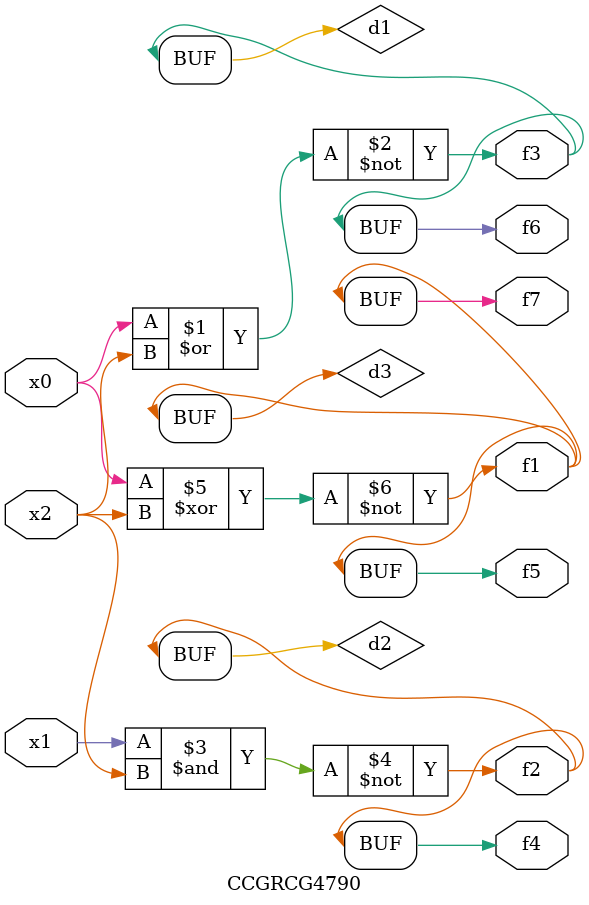
<source format=v>
module CCGRCG4790(
	input x0, x1, x2,
	output f1, f2, f3, f4, f5, f6, f7
);

	wire d1, d2, d3;

	nor (d1, x0, x2);
	nand (d2, x1, x2);
	xnor (d3, x0, x2);
	assign f1 = d3;
	assign f2 = d2;
	assign f3 = d1;
	assign f4 = d2;
	assign f5 = d3;
	assign f6 = d1;
	assign f7 = d3;
endmodule

</source>
